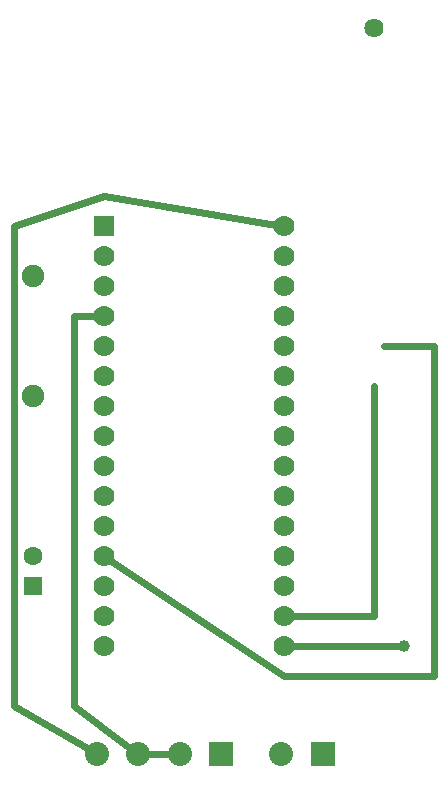
<source format=gbl>
G04 MADE WITH FRITZING*
G04 WWW.FRITZING.ORG*
G04 DOUBLE SIDED*
G04 HOLES PLATED*
G04 CONTOUR ON CENTER OF CONTOUR VECTOR*
%ASAXBY*%
%FSLAX23Y23*%
%MOIN*%
%OFA0B0*%
%SFA1.0B1.0*%
%ADD10C,0.070000*%
%ADD11C,0.064000*%
%ADD12C,0.062992*%
%ADD13C,0.080000*%
%ADD14C,0.075000*%
%ADD15C,0.039370*%
%ADD16R,0.069972X0.070000*%
%ADD17R,0.064000X0.012000*%
%ADD18R,0.062992X0.062992*%
%ADD19R,0.080000X0.080000*%
%ADD20C,0.024000*%
%LNCOPPER0*%
G90*
G70*
G54D10*
X423Y1965D03*
X423Y1865D03*
X423Y1765D03*
X423Y1665D03*
X423Y1565D03*
X423Y1465D03*
X423Y1365D03*
X423Y1265D03*
X423Y1165D03*
X423Y1065D03*
X423Y965D03*
X423Y865D03*
X423Y765D03*
X423Y665D03*
X423Y565D03*
X1023Y1965D03*
X1023Y1865D03*
X1023Y1765D03*
X1023Y1665D03*
X1023Y1565D03*
X1023Y1465D03*
X1023Y1365D03*
X1023Y1265D03*
X1023Y1165D03*
X1023Y1065D03*
X1023Y965D03*
X1023Y865D03*
X1023Y765D03*
X1023Y665D03*
X1023Y565D03*
G54D11*
X1323Y2626D03*
X1323Y2626D03*
X1323Y2626D03*
X1323Y2626D03*
X1323Y2626D03*
X1323Y2626D03*
X1323Y2626D03*
X1323Y2626D03*
G54D12*
X184Y766D03*
X184Y865D03*
G54D13*
X812Y205D03*
X674Y205D03*
X536Y205D03*
X398Y205D03*
X1151Y205D03*
X1013Y205D03*
G54D14*
X184Y1398D03*
X184Y1798D03*
G54D15*
X1423Y565D03*
G54D16*
X423Y1965D03*
G54D17*
X1323Y2626D03*
G54D18*
X184Y766D03*
G54D19*
X812Y205D03*
X1151Y205D03*
G54D20*
X394Y1665D02*
X323Y1665D01*
D02*
X323Y1665D02*
X323Y365D01*
D02*
X323Y365D02*
X511Y224D01*
D02*
X123Y365D02*
X371Y221D01*
D02*
X423Y2065D02*
X123Y1965D01*
D02*
X123Y1965D02*
X123Y365D01*
D02*
X994Y1970D02*
X423Y2065D01*
D02*
X567Y205D02*
X643Y205D01*
D02*
X1523Y1565D02*
X1354Y1565D01*
D02*
X1523Y465D02*
X1523Y1565D01*
D02*
X447Y849D02*
X1023Y465D01*
D02*
X1023Y465D02*
X1523Y465D01*
D02*
X1323Y665D02*
X1052Y665D01*
D02*
X1323Y1434D02*
X1323Y665D01*
D02*
X1404Y565D02*
X1052Y565D01*
G04 End of Copper0*
M02*
</source>
